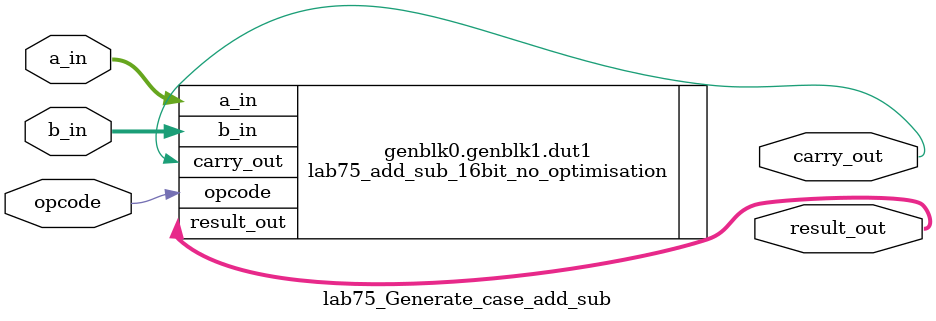
<source format=v>
`timescale 1ns / 1ps

`define optimise 0
module lab75_Generate_case_add_sub #(parameter N = 16)(
                            input [N-1:0] a_in, b_in, 
                            input opcode,
                            output [N-1:0]result_out,
                            output carry_out
);


generate 
begin
    case(`optimise)
            1'b0:    lab75_add_sub_16bit_no_optimisation dut1   (
                             .a_in(a_in), .b_in(b_in), 
                            .opcode(opcode),
                            .result_out(result_out),
                            .carry_out(carry_out)
                        );
                            
              1'b1 : lab75_add_sub_16bit_optimised dut2 (
                            .a_in(a_in), .b_in(b_in), 
                            .opcode(opcode),
                            .result_out(result_out),
                            .carry_out(carry_out)
                        );
                        
      endcase
end
endgenerate


endmodule

</source>
